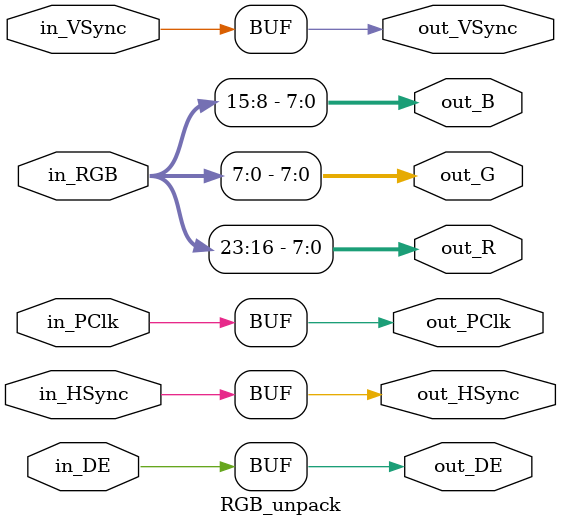
<source format=v>
`timescale 1ns / 1ps


module RGB_unpack(
	input [23:0]in_RGB,
	input in_HSync,
	input in_VSync,
	input in_DE,
	input in_PClk,
    
    output [7:0] out_R,
    output [7:0] out_G,
    output [7:0] out_B,
    output out_HSync,
    output out_VSync,
    output out_DE,
    output out_PClk
    );
    
	assign out_R = in_RGB[23:16];
	assign out_G = in_RGB[7:0];
	assign out_B = in_RGB[15:8];
	
	assign out_HSync = in_HSync;
	assign out_VSync = in_VSync;
	assign out_DE = in_DE;
	assign out_PClk = in_PClk;
    
endmodule


</source>
